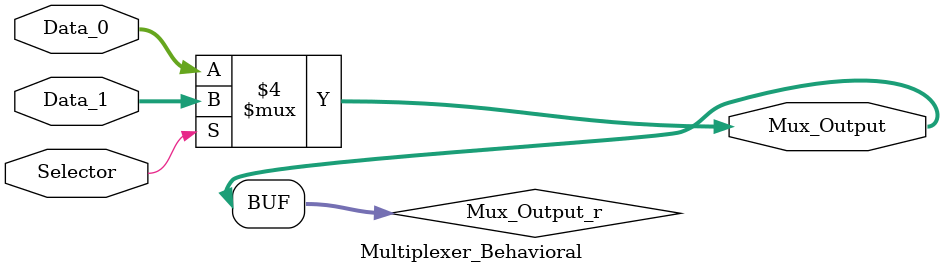
<source format=v>

module Multiplexer_Behavioral
#(
	parameter WORD_LENGTH = 8
)
(
	// Input Ports
	input Selector,
	input [WORD_LENGTH-1 : 0]Data_0,
	input [WORD_LENGTH-1 : 0]Data_1,
	
	// Output Ports
	output [WORD_LENGTH-1 : 0]Mux_Output

);

reg [WORD_LENGTH-1 : 0]Mux_Output_r;

always@(Selector, Data_1,Data_0) begin

	if (Selector == 1'b1)
		Mux_Output_r = Data_1;
	else 
		Mux_Output_r = Data_0;

end 

assign Mux_Output = Mux_Output_r;

endmodule





</source>
